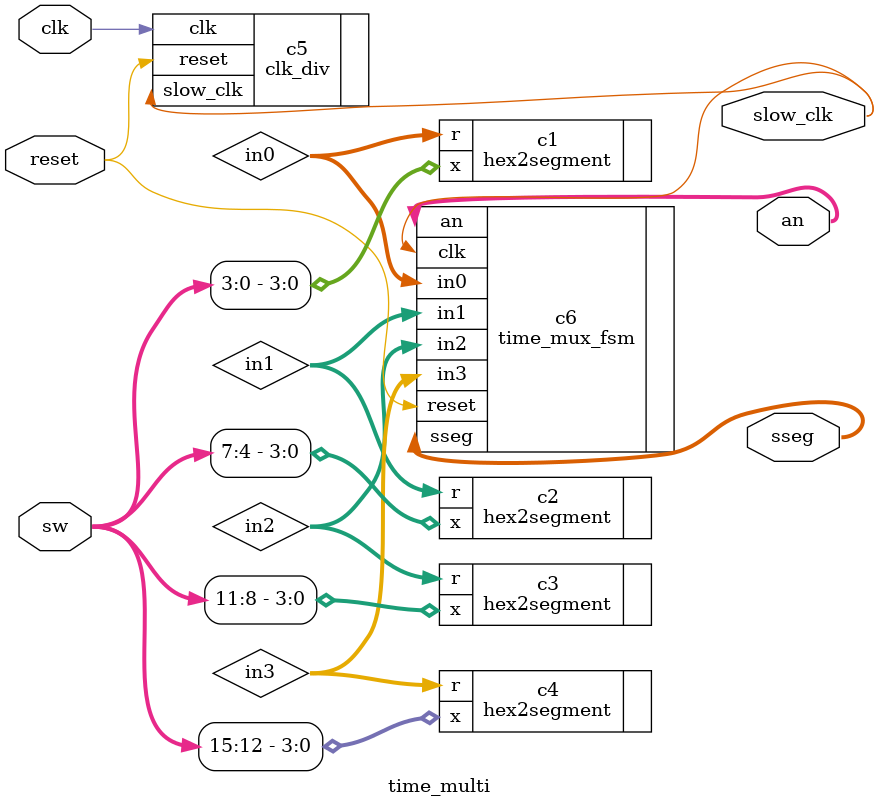
<source format=v>
`timescale 1ns / 1ps

module time_multi(
    input clk,
    input reset,
    input [15:0] sw,
    output [3:0] an,
    output [6:0] sseg,
    output wire slow_clk
);

wire [6:0] in0, in1, in2, in3;
//wire slow_clk;

//Module instant of hex2sec decoder
hex2segment c1 (.x(sw[3:0]), .r(in0));
hex2segment c2 (.x(sw[7:4]), .r(in1));
hex2segment c3 (.x(sw[11:8]), .r(in2));
hex2segment c4 (.x(sw[15:12]), .r(in3));

//Module instant of clock divider
clk_div c5 (.clk(clk), .reset(reset), .slow_clk(slow_clk));

//Module instant of multiplexer
time_mux_fsm c6(
    .clk (slow_clk),
    .reset (reset),
    .in0 (in0),
    .in1 (in1),
    .in2 (in2),
    .in3 (in3),
    .an (an),
    .sseg (sseg)
);

endmodule

</source>
